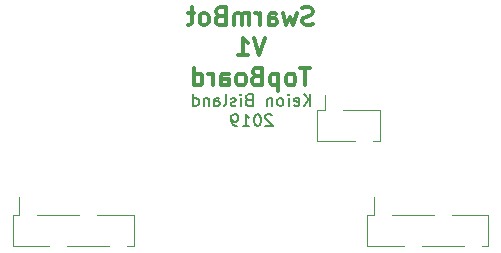
<source format=gbr>
G04 #@! TF.GenerationSoftware,KiCad,Pcbnew,5.1.5-52549c5~84~ubuntu18.04.1*
G04 #@! TF.CreationDate,2019-12-19T20:37:04-05:00*
G04 #@! TF.ProjectId,SwarmBot,53776172-6d42-46f7-942e-6b696361645f,rev?*
G04 #@! TF.SameCoordinates,Original*
G04 #@! TF.FileFunction,Legend,Bot*
G04 #@! TF.FilePolarity,Positive*
%FSLAX46Y46*%
G04 Gerber Fmt 4.6, Leading zero omitted, Abs format (unit mm)*
G04 Created by KiCad (PCBNEW 5.1.5-52549c5~84~ubuntu18.04.1) date 2019-12-19 20:37:04*
%MOMM*%
%LPD*%
G04 APERTURE LIST*
%ADD10C,0.200000*%
%ADD11C,0.300000*%
%ADD12C,0.120000*%
G04 APERTURE END LIST*
D10*
X5076190Y10547619D02*
X5076190Y11547619D01*
X4504761Y10547619D02*
X4933333Y11119047D01*
X4504761Y11547619D02*
X5076190Y10976190D01*
X3695238Y10595238D02*
X3790476Y10547619D01*
X3980952Y10547619D01*
X4076190Y10595238D01*
X4123809Y10690476D01*
X4123809Y11071428D01*
X4076190Y11166666D01*
X3980952Y11214285D01*
X3790476Y11214285D01*
X3695238Y11166666D01*
X3647619Y11071428D01*
X3647619Y10976190D01*
X4123809Y10880952D01*
X3219047Y10547619D02*
X3219047Y11214285D01*
X3219047Y11547619D02*
X3266666Y11500000D01*
X3219047Y11452380D01*
X3171428Y11500000D01*
X3219047Y11547619D01*
X3219047Y11452380D01*
X2600000Y10547619D02*
X2695238Y10595238D01*
X2742857Y10642857D01*
X2790476Y10738095D01*
X2790476Y11023809D01*
X2742857Y11119047D01*
X2695238Y11166666D01*
X2600000Y11214285D01*
X2457142Y11214285D01*
X2361904Y11166666D01*
X2314285Y11119047D01*
X2266666Y11023809D01*
X2266666Y10738095D01*
X2314285Y10642857D01*
X2361904Y10595238D01*
X2457142Y10547619D01*
X2600000Y10547619D01*
X1838095Y11214285D02*
X1838095Y10547619D01*
X1838095Y11119047D02*
X1790476Y11166666D01*
X1695238Y11214285D01*
X1552380Y11214285D01*
X1457142Y11166666D01*
X1409523Y11071428D01*
X1409523Y10547619D01*
X-161904Y11071428D02*
X-304761Y11023809D01*
X-352380Y10976190D01*
X-399999Y10880952D01*
X-399999Y10738095D01*
X-352380Y10642857D01*
X-304761Y10595238D01*
X-209523Y10547619D01*
X171428Y10547619D01*
X171428Y11547619D01*
X-161904Y11547619D01*
X-257142Y11500000D01*
X-304761Y11452380D01*
X-352380Y11357142D01*
X-352380Y11261904D01*
X-304761Y11166666D01*
X-257142Y11119047D01*
X-161904Y11071428D01*
X171428Y11071428D01*
X-828571Y10547619D02*
X-828571Y11214285D01*
X-828571Y11547619D02*
X-780952Y11500000D01*
X-828571Y11452380D01*
X-876190Y11500000D01*
X-828571Y11547619D01*
X-828571Y11452380D01*
X-1257142Y10595238D02*
X-1352380Y10547619D01*
X-1542857Y10547619D01*
X-1638095Y10595238D01*
X-1685714Y10690476D01*
X-1685714Y10738095D01*
X-1638095Y10833333D01*
X-1542857Y10880952D01*
X-1399999Y10880952D01*
X-1304761Y10928571D01*
X-1257142Y11023809D01*
X-1257142Y11071428D01*
X-1304761Y11166666D01*
X-1399999Y11214285D01*
X-1542857Y11214285D01*
X-1638095Y11166666D01*
X-2257142Y10547619D02*
X-2161904Y10595238D01*
X-2114285Y10690476D01*
X-2114285Y11547619D01*
X-3066666Y10547619D02*
X-3066666Y11071428D01*
X-3019047Y11166666D01*
X-2923809Y11214285D01*
X-2733333Y11214285D01*
X-2638095Y11166666D01*
X-3066666Y10595238D02*
X-2971428Y10547619D01*
X-2733333Y10547619D01*
X-2638095Y10595238D01*
X-2590476Y10690476D01*
X-2590476Y10785714D01*
X-2638095Y10880952D01*
X-2733333Y10928571D01*
X-2971428Y10928571D01*
X-3066666Y10976190D01*
X-3542857Y11214285D02*
X-3542857Y10547619D01*
X-3542857Y11119047D02*
X-3590476Y11166666D01*
X-3685714Y11214285D01*
X-3828571Y11214285D01*
X-3923809Y11166666D01*
X-3971428Y11071428D01*
X-3971428Y10547619D01*
X-4876190Y10547619D02*
X-4876190Y11547619D01*
X-4876190Y10595238D02*
X-4780952Y10547619D01*
X-4590476Y10547619D01*
X-4495238Y10595238D01*
X-4447619Y10642857D01*
X-4399999Y10738095D01*
X-4399999Y11023809D01*
X-4447619Y11119047D01*
X-4495238Y11166666D01*
X-4590476Y11214285D01*
X-4780952Y11214285D01*
X-4876190Y11166666D01*
X1814285Y9752380D02*
X1766666Y9800000D01*
X1671428Y9847619D01*
X1433333Y9847619D01*
X1338095Y9800000D01*
X1290476Y9752380D01*
X1242857Y9657142D01*
X1242857Y9561904D01*
X1290476Y9419047D01*
X1861904Y8847619D01*
X1242857Y8847619D01*
X623809Y9847619D02*
X528571Y9847619D01*
X433333Y9800000D01*
X385714Y9752380D01*
X338095Y9657142D01*
X290476Y9466666D01*
X290476Y9228571D01*
X338095Y9038095D01*
X385714Y8942857D01*
X433333Y8895238D01*
X528571Y8847619D01*
X623809Y8847619D01*
X719047Y8895238D01*
X766666Y8942857D01*
X814285Y9038095D01*
X861904Y9228571D01*
X861904Y9466666D01*
X814285Y9657142D01*
X766666Y9752380D01*
X719047Y9800000D01*
X623809Y9847619D01*
X-661904Y8847619D02*
X-90476Y8847619D01*
X-376190Y8847619D02*
X-376190Y9847619D01*
X-280952Y9704761D01*
X-185714Y9609523D01*
X-90476Y9561904D01*
X-1138095Y8847619D02*
X-1328571Y8847619D01*
X-1423809Y8895238D01*
X-1471428Y8942857D01*
X-1566666Y9085714D01*
X-1614285Y9276190D01*
X-1614285Y9657142D01*
X-1566666Y9752380D01*
X-1519047Y9800000D01*
X-1423809Y9847619D01*
X-1233333Y9847619D01*
X-1138095Y9800000D01*
X-1090476Y9752380D01*
X-1042857Y9657142D01*
X-1042857Y9419047D01*
X-1090476Y9323809D01*
X-1138095Y9276190D01*
X-1233333Y9228571D01*
X-1423809Y9228571D01*
X-1519047Y9276190D01*
X-1566666Y9323809D01*
X-1614285Y9419047D01*
D11*
X5254285Y17462857D02*
X5039999Y17391428D01*
X4682857Y17391428D01*
X4539999Y17462857D01*
X4468571Y17534285D01*
X4397142Y17677142D01*
X4397142Y17820000D01*
X4468571Y17962857D01*
X4539999Y18034285D01*
X4682857Y18105714D01*
X4968571Y18177142D01*
X5111428Y18248571D01*
X5182857Y18320000D01*
X5254285Y18462857D01*
X5254285Y18605714D01*
X5182857Y18748571D01*
X5111428Y18820000D01*
X4968571Y18891428D01*
X4611428Y18891428D01*
X4397142Y18820000D01*
X3897142Y18391428D02*
X3611428Y17391428D01*
X3325714Y18105714D01*
X3039999Y17391428D01*
X2754285Y18391428D01*
X1539999Y17391428D02*
X1539999Y18177142D01*
X1611428Y18320000D01*
X1754285Y18391428D01*
X2039999Y18391428D01*
X2182857Y18320000D01*
X1539999Y17462857D02*
X1682857Y17391428D01*
X2039999Y17391428D01*
X2182857Y17462857D01*
X2254285Y17605714D01*
X2254285Y17748571D01*
X2182857Y17891428D01*
X2039999Y17962857D01*
X1682857Y17962857D01*
X1539999Y18034285D01*
X825714Y17391428D02*
X825714Y18391428D01*
X825714Y18105714D02*
X754285Y18248571D01*
X682857Y18320000D01*
X539999Y18391428D01*
X397142Y18391428D01*
X-102857Y17391428D02*
X-102857Y18391428D01*
X-102857Y18248571D02*
X-174285Y18320000D01*
X-317142Y18391428D01*
X-531428Y18391428D01*
X-674285Y18320000D01*
X-745714Y18177142D01*
X-745714Y17391428D01*
X-745714Y18177142D02*
X-817142Y18320000D01*
X-960000Y18391428D01*
X-1174285Y18391428D01*
X-1317142Y18320000D01*
X-1388571Y18177142D01*
X-1388571Y17391428D01*
X-2602857Y18177142D02*
X-2817142Y18105714D01*
X-2888571Y18034285D01*
X-2960000Y17891428D01*
X-2960000Y17677142D01*
X-2888571Y17534285D01*
X-2817142Y17462857D01*
X-2674285Y17391428D01*
X-2102857Y17391428D01*
X-2102857Y18891428D01*
X-2602857Y18891428D01*
X-2745714Y18820000D01*
X-2817142Y18748571D01*
X-2888571Y18605714D01*
X-2888571Y18462857D01*
X-2817142Y18320000D01*
X-2745714Y18248571D01*
X-2602857Y18177142D01*
X-2102857Y18177142D01*
X-3817142Y17391428D02*
X-3674285Y17462857D01*
X-3602857Y17534285D01*
X-3531428Y17677142D01*
X-3531428Y18105714D01*
X-3602857Y18248571D01*
X-3674285Y18320000D01*
X-3817142Y18391428D01*
X-4031428Y18391428D01*
X-4174285Y18320000D01*
X-4245714Y18248571D01*
X-4317142Y18105714D01*
X-4317142Y17677142D01*
X-4245714Y17534285D01*
X-4174285Y17462857D01*
X-4031428Y17391428D01*
X-3817142Y17391428D01*
X-4745714Y18391428D02*
X-5317142Y18391428D01*
X-4960000Y18891428D02*
X-4960000Y17605714D01*
X-5031428Y17462857D01*
X-5174285Y17391428D01*
X-5317142Y17391428D01*
X1254285Y16341428D02*
X754285Y14841428D01*
X254285Y16341428D01*
X-1031428Y14841428D02*
X-174285Y14841428D01*
X-602857Y14841428D02*
X-602857Y16341428D01*
X-460000Y16127142D01*
X-317142Y15984285D01*
X-174285Y15912857D01*
X5075714Y13791428D02*
X4218571Y13791428D01*
X4647142Y12291428D02*
X4647142Y13791428D01*
X3504285Y12291428D02*
X3647142Y12362857D01*
X3718571Y12434285D01*
X3790000Y12577142D01*
X3790000Y13005714D01*
X3718571Y13148571D01*
X3647142Y13220000D01*
X3504285Y13291428D01*
X3290000Y13291428D01*
X3147142Y13220000D01*
X3075714Y13148571D01*
X3004285Y13005714D01*
X3004285Y12577142D01*
X3075714Y12434285D01*
X3147142Y12362857D01*
X3290000Y12291428D01*
X3504285Y12291428D01*
X2361428Y13291428D02*
X2361428Y11791428D01*
X2361428Y13220000D02*
X2218571Y13291428D01*
X1932857Y13291428D01*
X1790000Y13220000D01*
X1718571Y13148571D01*
X1647142Y13005714D01*
X1647142Y12577142D01*
X1718571Y12434285D01*
X1790000Y12362857D01*
X1932857Y12291428D01*
X2218571Y12291428D01*
X2361428Y12362857D01*
X504285Y13077142D02*
X290000Y13005714D01*
X218571Y12934285D01*
X147142Y12791428D01*
X147142Y12577142D01*
X218571Y12434285D01*
X290000Y12362857D01*
X432857Y12291428D01*
X1004285Y12291428D01*
X1004285Y13791428D01*
X504285Y13791428D01*
X361428Y13720000D01*
X290000Y13648571D01*
X218571Y13505714D01*
X218571Y13362857D01*
X290000Y13220000D01*
X361428Y13148571D01*
X504285Y13077142D01*
X1004285Y13077142D01*
X-709999Y12291428D02*
X-567142Y12362857D01*
X-495714Y12434285D01*
X-424285Y12577142D01*
X-424285Y13005714D01*
X-495714Y13148571D01*
X-567142Y13220000D01*
X-709999Y13291428D01*
X-924285Y13291428D01*
X-1067142Y13220000D01*
X-1138571Y13148571D01*
X-1209999Y13005714D01*
X-1209999Y12577142D01*
X-1138571Y12434285D01*
X-1067142Y12362857D01*
X-924285Y12291428D01*
X-709999Y12291428D01*
X-2495714Y12291428D02*
X-2495714Y13077142D01*
X-2424285Y13220000D01*
X-2281428Y13291428D01*
X-1995714Y13291428D01*
X-1852857Y13220000D01*
X-2495714Y12362857D02*
X-2352857Y12291428D01*
X-1995714Y12291428D01*
X-1852857Y12362857D01*
X-1781428Y12505714D01*
X-1781428Y12648571D01*
X-1852857Y12791428D01*
X-1995714Y12862857D01*
X-2352857Y12862857D01*
X-2495714Y12934285D01*
X-3209999Y12291428D02*
X-3209999Y13291428D01*
X-3209999Y13005714D02*
X-3281428Y13148571D01*
X-3352857Y13220000D01*
X-3495714Y13291428D01*
X-3638571Y13291428D01*
X-4781428Y12291428D02*
X-4781428Y13791428D01*
X-4781428Y12362857D02*
X-4638571Y12291428D01*
X-4352857Y12291428D01*
X-4209999Y12362857D01*
X-4138571Y12434285D01*
X-4067142Y12577142D01*
X-4067142Y13005714D01*
X-4138571Y13148571D01*
X-4209999Y13220000D01*
X-4352857Y13291428D01*
X-4638571Y13291428D01*
X-4781428Y13220000D01*
D12*
X6270000Y11440000D02*
X6270000Y10230000D01*
X7790000Y10230000D02*
X11000000Y10230000D01*
X5600000Y10230000D02*
X6270000Y10230000D01*
X11000000Y10230000D02*
X11000000Y7570000D01*
X10330000Y7570000D02*
X11000000Y7570000D01*
X5600000Y7570000D02*
X8810000Y7570000D01*
X5600000Y10230000D02*
X5600000Y7570000D01*
X-12970000Y1330000D02*
X-9860000Y1330000D01*
X-18050000Y1330000D02*
X-14490000Y1330000D01*
X-15510000Y-1330000D02*
X-11950000Y-1330000D01*
X-10430000Y-1330000D02*
X-9860000Y-1330000D01*
X-20140000Y1330000D02*
X-19570000Y1330000D01*
X-19570000Y1330000D02*
X-19570000Y2850000D01*
X-20140000Y-1330000D02*
X-17030000Y-1330000D01*
X-9860000Y1330000D02*
X-9860000Y-1330000D01*
X-20140000Y1330000D02*
X-20140000Y-1330000D01*
X17030000Y1330000D02*
X20140000Y1330000D01*
X11950000Y1330000D02*
X15510000Y1330000D01*
X14490000Y-1330000D02*
X18050000Y-1330000D01*
X19570000Y-1330000D02*
X20140000Y-1330000D01*
X9860000Y1330000D02*
X10430000Y1330000D01*
X10430000Y1330000D02*
X10430000Y2850000D01*
X9860000Y-1330000D02*
X12970000Y-1330000D01*
X20140000Y1330000D02*
X20140000Y-1330000D01*
X9860000Y1330000D02*
X9860000Y-1330000D01*
M02*

</source>
